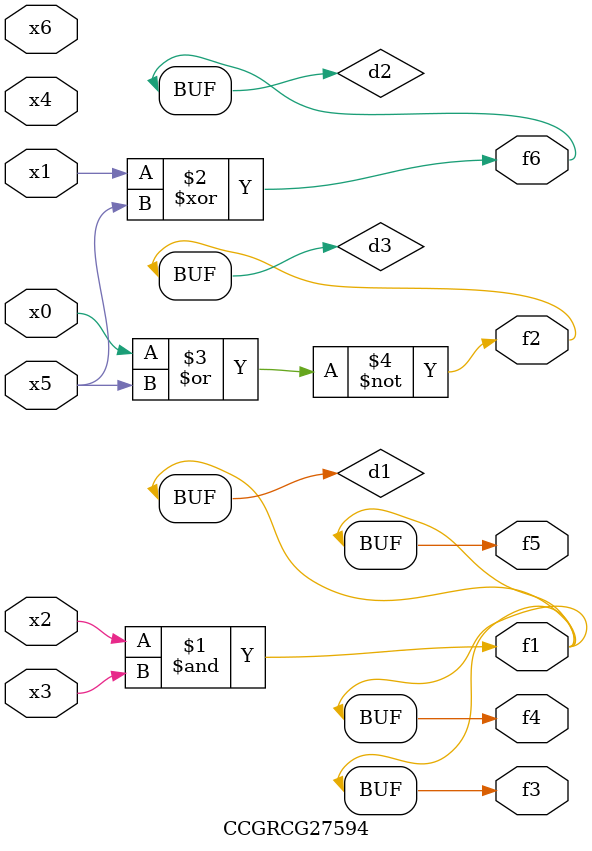
<source format=v>
module CCGRCG27594(
	input x0, x1, x2, x3, x4, x5, x6,
	output f1, f2, f3, f4, f5, f6
);

	wire d1, d2, d3;

	and (d1, x2, x3);
	xor (d2, x1, x5);
	nor (d3, x0, x5);
	assign f1 = d1;
	assign f2 = d3;
	assign f3 = d1;
	assign f4 = d1;
	assign f5 = d1;
	assign f6 = d2;
endmodule

</source>
